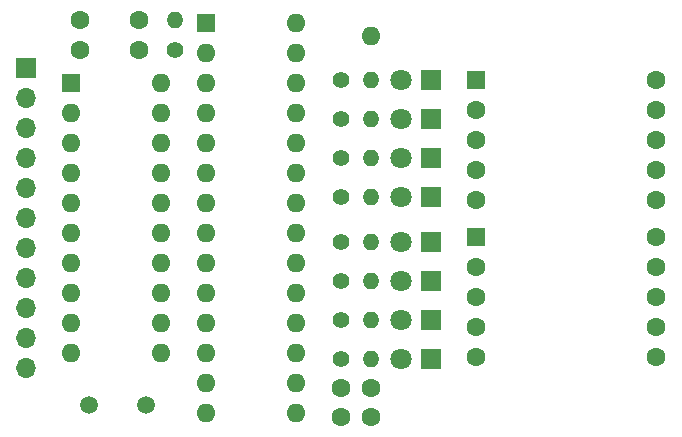
<source format=gbr>
%TF.GenerationSoftware,KiCad,Pcbnew,9.0.0*%
%TF.CreationDate,2025-06-26T09:06:52-07:00*%
%TF.ProjectId,HexDisplay,48657844-6973-4706-9c61-792e6b696361,A*%
%TF.SameCoordinates,Original*%
%TF.FileFunction,Soldermask,Top*%
%TF.FilePolarity,Negative*%
%FSLAX46Y46*%
G04 Gerber Fmt 4.6, Leading zero omitted, Abs format (unit mm)*
G04 Created by KiCad (PCBNEW 9.0.0) date 2025-06-26 09:06:52*
%MOMM*%
%LPD*%
G01*
G04 APERTURE LIST*
%ADD10O,1.600000X1.600000*%
%ADD11C,1.400000*%
%ADD12O,1.400000X1.400000*%
%ADD13R,1.800000X1.800000*%
%ADD14C,1.800000*%
%ADD15R,1.600000X1.600000*%
%ADD16C,1.600000*%
%ADD17C,1.500000*%
%ADD18R,1.700000X1.700000*%
%ADD19O,1.700000X1.700000*%
G04 APERTURE END LIST*
D10*
%TO.C,*%
X105410000Y-48260000D03*
%TD*%
D11*
%TO.C,R9*%
X102870000Y-75590400D03*
D12*
X105410000Y-75590400D03*
%TD*%
D13*
%TO.C,D7*%
X110490000Y-72288400D03*
D14*
X107950000Y-72288400D03*
%TD*%
D13*
%TO.C,D4*%
X110490000Y-61874400D03*
D14*
X107950000Y-61874400D03*
%TD*%
D15*
%TO.C,U1*%
X91440000Y-47142400D03*
D10*
X91440000Y-49682400D03*
X91440000Y-52222400D03*
X91440000Y-54762400D03*
X91440000Y-57302400D03*
X91440000Y-59842400D03*
X91440000Y-62382400D03*
X91440000Y-64922400D03*
X91440000Y-67462400D03*
X91440000Y-70002400D03*
X91440000Y-72542400D03*
X91440000Y-75082400D03*
X91440000Y-77622400D03*
X91440000Y-80162400D03*
X99060000Y-80162400D03*
X99060000Y-77622400D03*
X99060000Y-75082400D03*
X99060000Y-72542400D03*
X99060000Y-70002400D03*
X99060000Y-67462400D03*
X99060000Y-64922400D03*
X99060000Y-62382400D03*
X99060000Y-59842400D03*
X99060000Y-57302400D03*
X99060000Y-54762400D03*
X99060000Y-52222400D03*
X99060000Y-49682400D03*
X99060000Y-47142400D03*
%TD*%
D13*
%TO.C,D1*%
X110490000Y-51968400D03*
D14*
X107950000Y-51968400D03*
%TD*%
D16*
%TO.C,C3*%
X85770000Y-46922400D03*
X80770000Y-46922400D03*
%TD*%
D13*
%TO.C,D6*%
X110490000Y-68986400D03*
D14*
X107950000Y-68986400D03*
%TD*%
D13*
%TO.C,D3*%
X110490000Y-58572400D03*
D14*
X107950000Y-58572400D03*
%TD*%
D15*
%TO.C,U3*%
X114300000Y-52032400D03*
D16*
X114300000Y-54572400D03*
X114300000Y-57112400D03*
X114300000Y-59652400D03*
X114300000Y-62192400D03*
X129540000Y-62192400D03*
X129540000Y-59652400D03*
X129540000Y-57112400D03*
X129540000Y-54572400D03*
X129540000Y-52032400D03*
%TD*%
%TO.C,C1*%
X80770000Y-49422400D03*
X85770000Y-49422400D03*
%TD*%
D17*
%TO.C,Y1*%
X86360000Y-79527400D03*
X81480000Y-79527400D03*
%TD*%
D11*
%TO.C,R2*%
X102870000Y-51998400D03*
D12*
X105410000Y-51998400D03*
%TD*%
D13*
%TO.C,D2*%
X110490000Y-55270400D03*
D14*
X107950000Y-55270400D03*
%TD*%
D11*
%TO.C,R8*%
X102870000Y-72288400D03*
D12*
X105410000Y-72288400D03*
%TD*%
D16*
%TO.C,C5*%
X105410000Y-80543400D03*
X105410000Y-78043400D03*
%TD*%
D11*
%TO.C,R1*%
X88770000Y-49422400D03*
D12*
X88770000Y-46882400D03*
%TD*%
D18*
%TO.C,J1*%
X76200000Y-50952400D03*
D19*
X76200000Y-53492400D03*
X76200000Y-56032400D03*
X76200000Y-58572400D03*
X76200000Y-61112400D03*
X76200000Y-63652400D03*
X76200000Y-66192400D03*
X76200000Y-68732400D03*
X76200000Y-71272400D03*
X76200000Y-73812400D03*
X76200000Y-76352400D03*
%TD*%
D11*
%TO.C,R6*%
X102870000Y-65684400D03*
D12*
X105410000Y-65684400D03*
%TD*%
D13*
%TO.C,D8*%
X110490000Y-75590400D03*
D14*
X107950000Y-75590400D03*
%TD*%
D11*
%TO.C,R4*%
X102870000Y-58572400D03*
D12*
X105410000Y-58572400D03*
%TD*%
D11*
%TO.C,R3*%
X102870000Y-55270400D03*
D12*
X105410000Y-55270400D03*
%TD*%
D11*
%TO.C,R7*%
X102870000Y-68986400D03*
D12*
X105410000Y-68986400D03*
%TD*%
D11*
%TO.C,R5*%
X102870000Y-61874400D03*
D12*
X105410000Y-61874400D03*
%TD*%
D16*
%TO.C,C4*%
X102870000Y-80543400D03*
X102870000Y-78043400D03*
%TD*%
D15*
%TO.C,U2*%
X80010000Y-52222400D03*
D10*
X80010000Y-54762400D03*
X80010000Y-57302400D03*
X80010000Y-59842400D03*
X80010000Y-62382400D03*
X80010000Y-64922400D03*
X80010000Y-67462400D03*
X80010000Y-70002400D03*
X80010000Y-72542400D03*
X80010000Y-75082400D03*
X87630000Y-75082400D03*
X87630000Y-72542400D03*
X87630000Y-70002400D03*
X87630000Y-67462400D03*
X87630000Y-64922400D03*
X87630000Y-62382400D03*
X87630000Y-59842400D03*
X87630000Y-57302400D03*
X87630000Y-54762400D03*
X87630000Y-52222400D03*
%TD*%
D15*
%TO.C,U4*%
X114300000Y-65282400D03*
D16*
X114300000Y-67822400D03*
X114300000Y-70362400D03*
X114300000Y-72902400D03*
X114300000Y-75442400D03*
X129540000Y-75442400D03*
X129540000Y-72902400D03*
X129540000Y-70362400D03*
X129540000Y-67822400D03*
X129540000Y-65282400D03*
%TD*%
D13*
%TO.C,D5*%
X110490000Y-65684400D03*
D14*
X107950000Y-65684400D03*
%TD*%
M02*

</source>
